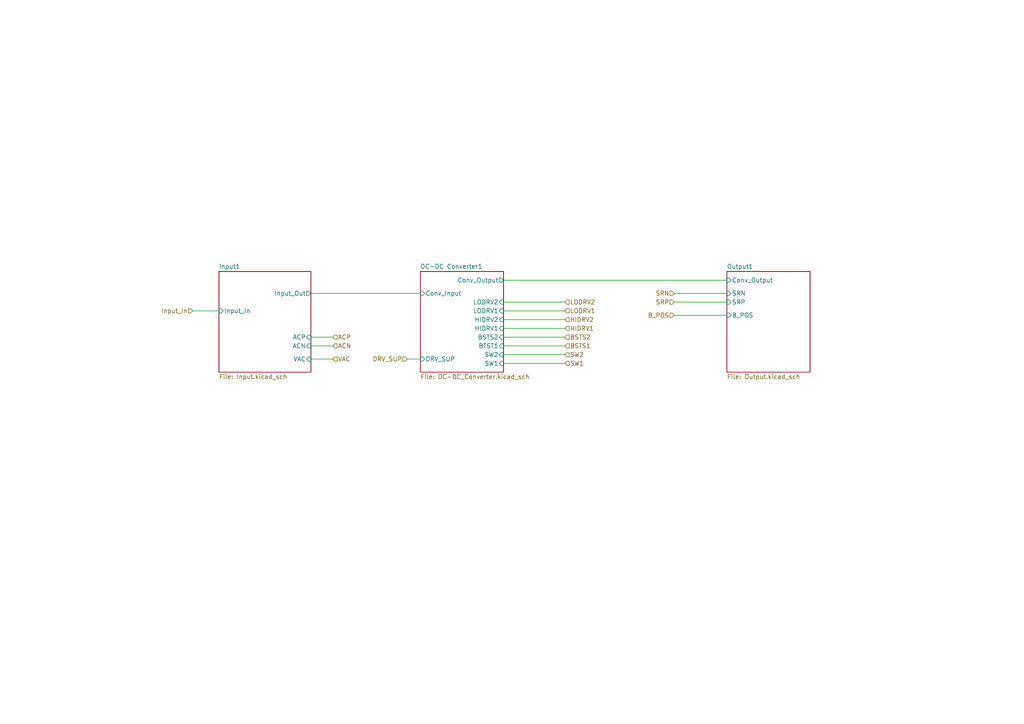
<source format=kicad_sch>
(kicad_sch
	(version 20231120)
	(generator "eeschema")
	(generator_version "8.0")
	(uuid "895fcb0e-6bce-4ee0-93b8-4c4819285b5c")
	(paper "A4")
	(lib_symbols)
	(wire
		(pts
			(xy 146.05 100.33) (xy 163.83 100.33)
		)
		(stroke
			(width 0)
			(type default)
		)
		(uuid "0b301da7-8841-427d-aa65-591b3b0b61b1")
	)
	(wire
		(pts
			(xy 146.05 92.71) (xy 163.83 92.71)
		)
		(stroke
			(width 0)
			(type default)
		)
		(uuid "142b1c4f-195f-4e14-bcf1-7e20e8137ae9")
	)
	(wire
		(pts
			(xy 146.05 81.28) (xy 210.82 81.28)
		)
		(stroke
			(width 0)
			(type default)
		)
		(uuid "20f04d1d-0fea-4413-b46b-0b040754197e")
	)
	(wire
		(pts
			(xy 55.88 90.17) (xy 63.5 90.17)
		)
		(stroke
			(width 0)
			(type default)
		)
		(uuid "317b9373-8a1a-4c4d-b48b-9bf9b4c51547")
	)
	(wire
		(pts
			(xy 195.58 87.63) (xy 210.82 87.63)
		)
		(stroke
			(width 0)
			(type default)
		)
		(uuid "40e5dac7-611a-4a8c-98d3-4e39ac3864e4")
	)
	(wire
		(pts
			(xy 146.05 87.63) (xy 163.83 87.63)
		)
		(stroke
			(width 0)
			(type default)
		)
		(uuid "4987528f-d877-4337-ab9c-c0fc2f6bd5b5")
	)
	(wire
		(pts
			(xy 90.17 85.09) (xy 121.92 85.09)
		)
		(stroke
			(width 0)
			(type default)
		)
		(uuid "4b41f472-bda1-4e85-ad28-c93125c9ced1")
	)
	(wire
		(pts
			(xy 195.58 85.09) (xy 210.82 85.09)
		)
		(stroke
			(width 0)
			(type default)
		)
		(uuid "58f23776-3835-4919-92db-1e01d56ff375")
	)
	(wire
		(pts
			(xy 90.17 97.79) (xy 96.52 97.79)
		)
		(stroke
			(width 0)
			(type default)
		)
		(uuid "5ba7a155-0756-4e01-9b97-2c23f935cfac")
	)
	(wire
		(pts
			(xy 195.58 91.44) (xy 210.82 91.44)
		)
		(stroke
			(width 0)
			(type default)
		)
		(uuid "75aba44e-9af2-4380-a76e-24db2126ae5c")
	)
	(wire
		(pts
			(xy 90.17 104.14) (xy 96.52 104.14)
		)
		(stroke
			(width 0)
			(type default)
		)
		(uuid "ba463f9b-3dbd-4ac9-a5b1-05369802e604")
	)
	(wire
		(pts
			(xy 146.05 102.87) (xy 163.83 102.87)
		)
		(stroke
			(width 0)
			(type default)
		)
		(uuid "bab6ee93-9a13-49cf-a5a9-b73f3b3a122e")
	)
	(wire
		(pts
			(xy 90.17 100.33) (xy 96.52 100.33)
		)
		(stroke
			(width 0)
			(type default)
		)
		(uuid "bb3fd0d3-d004-4e47-8916-e649b77c75f0")
	)
	(wire
		(pts
			(xy 146.05 105.41) (xy 163.83 105.41)
		)
		(stroke
			(width 0)
			(type default)
		)
		(uuid "c75e9b9c-0c3a-41ad-acfe-2fdfa97a85be")
	)
	(wire
		(pts
			(xy 118.11 104.14) (xy 121.92 104.14)
		)
		(stroke
			(width 0)
			(type default)
		)
		(uuid "dc4af3a5-c753-4614-873a-38bfcaeb0fc8")
	)
	(wire
		(pts
			(xy 146.05 90.17) (xy 163.83 90.17)
		)
		(stroke
			(width 0)
			(type default)
		)
		(uuid "f2c2b7a0-f7ac-4667-8bd0-ba9d7edb0494")
	)
	(wire
		(pts
			(xy 146.05 95.25) (xy 163.83 95.25)
		)
		(stroke
			(width 0)
			(type default)
		)
		(uuid "f60c42dc-e07d-4b27-962e-36aebdc70d02")
	)
	(wire
		(pts
			(xy 146.05 97.79) (xy 163.83 97.79)
		)
		(stroke
			(width 0)
			(type default)
		)
		(uuid "f898b8f8-1ae7-429d-8658-d9599b5b747b")
	)
	(hierarchical_label "SW2"
		(shape input)
		(at 163.83 102.87 0)
		(effects
			(font
				(size 1.27 1.27)
			)
			(justify left)
		)
		(uuid "01326593-2f38-4203-a228-0cf41c49ca97")
	)
	(hierarchical_label "SRP"
		(shape input)
		(at 195.58 87.63 180)
		(effects
			(font
				(size 1.27 1.27)
			)
			(justify right)
		)
		(uuid "233ea55f-0300-4d81-9ec5-701d3f5379e6")
	)
	(hierarchical_label "SW1"
		(shape input)
		(at 163.83 105.41 0)
		(effects
			(font
				(size 1.27 1.27)
			)
			(justify left)
		)
		(uuid "274d3eac-dc06-4242-997c-7e510443d4c3")
	)
	(hierarchical_label "B_POS"
		(shape input)
		(at 195.58 91.44 180)
		(effects
			(font
				(size 1.27 1.27)
			)
			(justify right)
		)
		(uuid "2ef47fcf-0b02-4ec8-be2c-25bb93ae0409")
	)
	(hierarchical_label "BSTS2"
		(shape input)
		(at 163.83 97.79 0)
		(effects
			(font
				(size 1.27 1.27)
			)
			(justify left)
		)
		(uuid "39e112f2-4e19-4c95-b600-d4ea99426ff5")
	)
	(hierarchical_label "ACN"
		(shape input)
		(at 96.52 100.33 0)
		(effects
			(font
				(size 1.27 1.27)
			)
			(justify left)
		)
		(uuid "3e64d2d4-3b54-48bd-90e7-b2813d07c49b")
	)
	(hierarchical_label "SRN"
		(shape input)
		(at 195.58 85.09 180)
		(effects
			(font
				(size 1.27 1.27)
			)
			(justify right)
		)
		(uuid "43de4fd8-386d-41e8-bd52-5bd6b03c7f68")
	)
	(hierarchical_label "BSTS1"
		(shape input)
		(at 163.83 100.33 0)
		(effects
			(font
				(size 1.27 1.27)
			)
			(justify left)
		)
		(uuid "462bc0ae-6782-4d0a-9fb8-a3b3743597fb")
	)
	(hierarchical_label "HIDRV1"
		(shape input)
		(at 163.83 95.25 0)
		(effects
			(font
				(size 1.27 1.27)
			)
			(justify left)
		)
		(uuid "592f7c7a-e657-4e71-b96d-0bd0237895b1")
	)
	(hierarchical_label "LODRV1"
		(shape input)
		(at 163.83 90.17 0)
		(effects
			(font
				(size 1.27 1.27)
			)
			(justify left)
		)
		(uuid "602557c6-1729-4621-a090-20d651b729bc")
	)
	(hierarchical_label "ACP"
		(shape input)
		(at 96.52 97.79 0)
		(effects
			(font
				(size 1.27 1.27)
			)
			(justify left)
		)
		(uuid "652c0312-8b4d-4052-87dd-f5468e0b8434")
	)
	(hierarchical_label "DRV_SUP"
		(shape input)
		(at 118.11 104.14 180)
		(effects
			(font
				(size 1.27 1.27)
			)
			(justify right)
		)
		(uuid "8fbae4f4-fc24-475c-a3ec-cba2485fcafc")
	)
	(hierarchical_label "LODRV2"
		(shape input)
		(at 163.83 87.63 0)
		(effects
			(font
				(size 1.27 1.27)
			)
			(justify left)
		)
		(uuid "9cf88660-9d91-402b-add4-1699867cf6ff")
	)
	(hierarchical_label "VAC"
		(shape input)
		(at 96.52 104.14 0)
		(effects
			(font
				(size 1.27 1.27)
			)
			(justify left)
		)
		(uuid "b2710bc0-4e6f-49ab-ad79-d93eba3df8f0")
	)
	(hierarchical_label "HIDRV2"
		(shape input)
		(at 163.83 92.71 0)
		(effects
			(font
				(size 1.27 1.27)
			)
			(justify left)
		)
		(uuid "b94e878b-4935-4614-ae1f-4d604cd77fbd")
	)
	(hierarchical_label "Input_In"
		(shape input)
		(at 55.88 90.17 180)
		(effects
			(font
				(size 1.27 1.27)
			)
			(justify right)
		)
		(uuid "d9ed19e0-4fc6-41df-ae33-6f161ee5b2db")
	)
	(sheet
		(at 121.92 78.74)
		(size 24.13 29.21)
		(fields_autoplaced yes)
		(stroke
			(width 0.1524)
			(type solid)
		)
		(fill
			(color 0 0 0 0.0000)
		)
		(uuid "2b911dab-fa77-4cb4-99b2-7558d297a264")
		(property "Sheetname" "DC-DC Converter1"
			(at 121.92 78.0284 0)
			(effects
				(font
					(size 1.27 1.27)
				)
				(justify left bottom)
			)
		)
		(property "Sheetfile" "DC-DC_Converter.kicad_sch"
			(at 121.92 108.5346 0)
			(effects
				(font
					(size 1.27 1.27)
				)
				(justify left top)
			)
		)
		(pin "Conv_Input" input
			(at 121.92 85.09 180)
			(effects
				(font
					(size 1.27 1.27)
				)
				(justify left)
			)
			(uuid "0d74dfcd-9b17-4b2d-a03c-12763f22b15b")
		)
		(pin "Conv_Output" output
			(at 146.05 81.28 0)
			(effects
				(font
					(size 1.27 1.27)
				)
				(justify right)
			)
			(uuid "239ac804-4881-4e0e-97da-9748c3534d07")
		)
		(pin "LODRV1" input
			(at 146.05 90.17 0)
			(effects
				(font
					(size 1.27 1.27)
				)
				(justify right)
			)
			(uuid "7986e43a-c350-40a1-989f-caba47a8f402")
		)
		(pin "BTST1" input
			(at 146.05 100.33 0)
			(effects
				(font
					(size 1.27 1.27)
				)
				(justify right)
			)
			(uuid "4e25b64a-7749-4c51-92b3-7cfd3034b619")
		)
		(pin "HIDRV1" input
			(at 146.05 95.25 0)
			(effects
				(font
					(size 1.27 1.27)
				)
				(justify right)
			)
			(uuid "a56f0d6d-b0f3-47cb-a645-a6458186340a")
		)
		(pin "SW1" input
			(at 146.05 105.41 0)
			(effects
				(font
					(size 1.27 1.27)
				)
				(justify right)
			)
			(uuid "a57d2a05-cb5c-4a41-a9e7-8f0972d2b8f7")
		)
		(pin "SW2" input
			(at 146.05 102.87 0)
			(effects
				(font
					(size 1.27 1.27)
				)
				(justify right)
			)
			(uuid "97fd8f41-07e5-44ad-a2d5-73261e4f9af7")
		)
		(pin "HIDRV2" input
			(at 146.05 92.71 0)
			(effects
				(font
					(size 1.27 1.27)
				)
				(justify right)
			)
			(uuid "6570a242-7118-4e50-a7b4-66077c5b6456")
		)
		(pin "BSTS2" input
			(at 146.05 97.79 0)
			(effects
				(font
					(size 1.27 1.27)
				)
				(justify right)
			)
			(uuid "d8875710-61b4-4415-916b-c0d7c3d101a7")
		)
		(pin "LODRV2" input
			(at 146.05 87.63 0)
			(effects
				(font
					(size 1.27 1.27)
				)
				(justify right)
			)
			(uuid "42352455-14bc-4a8e-a811-5a287b6451bb")
		)
		(pin "DRV_SUP" input
			(at 121.92 104.14 180)
			(effects
				(font
					(size 1.27 1.27)
				)
				(justify left)
			)
			(uuid "a4f7364f-8bea-4f0f-84e1-d8daec6e6864")
		)
		(instances
			(project "Anscer_Aux"
				(path "/d44f2983-207f-44ee-9882-f58ad50f0fb3/6df31f2c-c34d-4cd4-a32f-02d24e632265"
					(page "11")
				)
			)
		)
	)
	(sheet
		(at 210.82 78.74)
		(size 24.13 29.21)
		(fields_autoplaced yes)
		(stroke
			(width 0.1524)
			(type solid)
		)
		(fill
			(color 0 0 0 0.0000)
		)
		(uuid "8a7fb217-c684-4bc8-a0c4-09cedcc07c0c")
		(property "Sheetname" "Output1"
			(at 210.82 78.0284 0)
			(effects
				(font
					(size 1.27 1.27)
				)
				(justify left bottom)
			)
		)
		(property "Sheetfile" "Output.kicad_sch"
			(at 210.82 108.5346 0)
			(effects
				(font
					(size 1.27 1.27)
				)
				(justify left top)
			)
		)
		(pin "Conv_Output" input
			(at 210.82 81.28 180)
			(effects
				(font
					(size 1.27 1.27)
				)
				(justify left)
			)
			(uuid "c5045b9a-92f3-448c-9d26-fe9b9f514552")
		)
		(pin "SRN" input
			(at 210.82 85.09 180)
			(effects
				(font
					(size 1.27 1.27)
				)
				(justify left)
			)
			(uuid "10d4d7cc-d018-42d1-83de-1571b565bbe9")
		)
		(pin "SRP" input
			(at 210.82 87.63 180)
			(effects
				(font
					(size 1.27 1.27)
				)
				(justify left)
			)
			(uuid "3f77b727-1cb1-462a-ac7b-3943667a3e3e")
		)
		(pin "B_POS" input
			(at 210.82 91.44 180)
			(effects
				(font
					(size 1.27 1.27)
				)
				(justify left)
			)
			(uuid "dd82e00f-784d-44a5-a8e5-a554ff5362d9")
		)
		(instances
			(project "Anscer_Aux"
				(path "/d44f2983-207f-44ee-9882-f58ad50f0fb3/6df31f2c-c34d-4cd4-a32f-02d24e632265"
					(page "14")
				)
			)
		)
	)
	(sheet
		(at 63.5 78.74)
		(size 26.67 29.21)
		(fields_autoplaced yes)
		(stroke
			(width 0.1524)
			(type solid)
		)
		(fill
			(color 0 0 0 0.0000)
		)
		(uuid "ec3f9021-92a1-405d-9ac6-d483c4dc66b2")
		(property "Sheetname" "Input1"
			(at 63.5 78.0284 0)
			(effects
				(font
					(size 1.27 1.27)
				)
				(justify left bottom)
			)
		)
		(property "Sheetfile" "Input.kicad_sch"
			(at 63.5 108.5346 0)
			(effects
				(font
					(size 1.27 1.27)
				)
				(justify left top)
			)
		)
		(pin "Input_Out" output
			(at 90.17 85.09 0)
			(effects
				(font
					(size 1.27 1.27)
				)
				(justify right)
			)
			(uuid "0bf1f116-fbdb-42aa-8141-7560e71f84a8")
		)
		(pin "Input_In" input
			(at 63.5 90.17 180)
			(effects
				(font
					(size 1.27 1.27)
				)
				(justify left)
			)
			(uuid "bdb85576-c5b9-4049-82ca-c02e3512e4aa")
		)
		(pin "VAC" input
			(at 90.17 104.14 0)
			(effects
				(font
					(size 1.27 1.27)
				)
				(justify right)
			)
			(uuid "3d3fad25-3245-45c4-99b1-c924f728670b")
		)
		(pin "ACN" input
			(at 90.17 100.33 0)
			(effects
				(font
					(size 1.27 1.27)
				)
				(justify right)
			)
			(uuid "7cc17328-1561-45e2-9072-d8fcb76e726e")
		)
		(pin "ACP" input
			(at 90.17 97.79 0)
			(effects
				(font
					(size 1.27 1.27)
				)
				(justify right)
			)
			(uuid "65af644e-18cb-4394-abb6-25ba80db0b09")
		)
		(instances
			(project "Anscer_Aux"
				(path "/d44f2983-207f-44ee-9882-f58ad50f0fb3/6df31f2c-c34d-4cd4-a32f-02d24e632265"
					(page "12")
				)
			)
		)
	)
)

</source>
